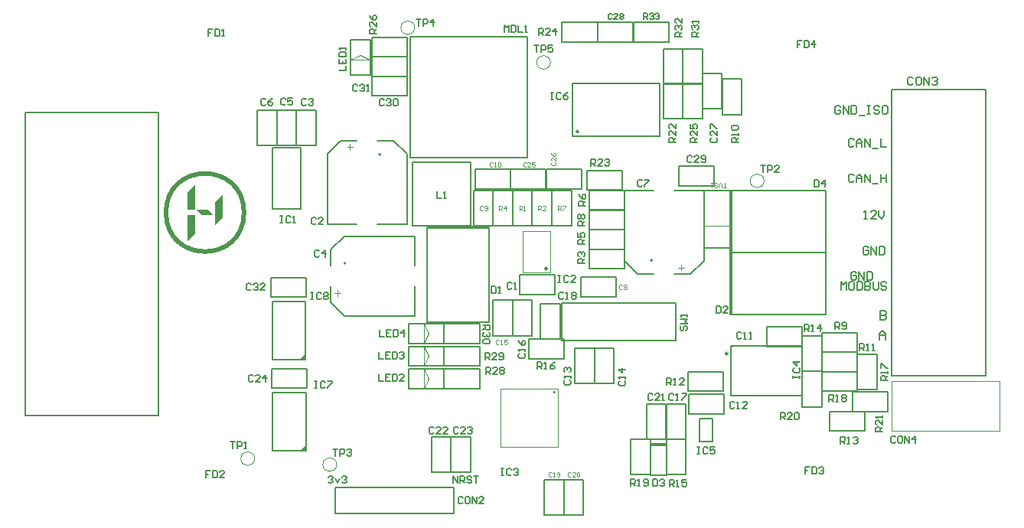
<source format=gto>
G04*
G04 #@! TF.GenerationSoftware,Altium Limited,Altium Designer,23.8.1 (32)*
G04*
G04 Layer_Color=65535*
%FSLAX44Y44*%
%MOMM*%
G71*
G04*
G04 #@! TF.SameCoordinates,5CA60E89-82B3-479B-9089-D34F769FB2F0*
G04*
G04*
G04 #@! TF.FilePolarity,Positive*
G04*
G01*
G75*
%ADD10C,0.5080*%
%ADD11C,0.2540*%
%ADD12C,0.2500*%
%ADD13C,0.0762*%
%ADD14C,0.2000*%
%ADD15C,0.1016*%
%ADD16C,0.1270*%
%ADD17C,0.1778*%
%ADD18C,0.1000*%
%ADD19C,0.1524*%
G36*
X124079Y340487D02*
X115189D01*
Y359537D01*
X124079Y368427D01*
Y340487D01*
D02*
G37*
G36*
X144399Y334137D02*
X131699D01*
X125349Y340487D01*
X138049D01*
X144399Y334137D01*
D02*
G37*
G36*
X154559Y331597D02*
X145669Y322707D01*
Y348107D01*
X154559Y356997D01*
Y331597D01*
D02*
G37*
G36*
X124079Y313817D02*
X115189Y304927D01*
Y334137D01*
X124079D01*
Y313817D01*
D02*
G37*
G36*
X246126Y174752D02*
X239776Y174752D01*
X246126Y181102D01*
Y174752D01*
D02*
G37*
G36*
X246380Y73914D02*
X240030Y73914D01*
X246380Y80264D01*
Y73914D01*
D02*
G37*
D10*
X178054Y337312D02*
G03*
X178054Y337312I-43180J0D01*
G01*
D11*
X513269Y275336D02*
G03*
X513269Y275336I-1000J0D01*
G01*
X521208Y138430D02*
G03*
X521208Y138430I-254J0D01*
G01*
X547862Y426974D02*
G03*
X547862Y426974I-1000J0D01*
G01*
D12*
X713197Y181174D02*
G03*
X713197Y181174I-1250J0D01*
G01*
D13*
X280420Y58420D02*
G03*
X280420Y58420I-7624J0D01*
G01*
X189742Y65024D02*
G03*
X189742Y65024I-7624J0D01*
G01*
X753368Y372364D02*
G03*
X753368Y372364I-7624J0D01*
G01*
X366780Y541782D02*
G03*
X366780Y541782I-7624J0D01*
G01*
X517148Y503428D02*
G03*
X517148Y503428I-7624J0D01*
G01*
D14*
X290524Y280954D02*
G03*
X290524Y280954I-1000J0D01*
G01*
D02*
G03*
X290524Y280954I-1000J0D01*
G01*
X629874Y284444D02*
G03*
X629874Y284444I-1000J0D01*
G01*
D02*
G03*
X629874Y284444I-1000J0D01*
G01*
X329198Y401610D02*
G03*
X329198Y401610I-1000J0D01*
G01*
D02*
G03*
X329198Y401610I-1000J0D01*
G01*
D15*
X687309Y322929D02*
X717508D01*
X894334Y95504D02*
X1013460D01*
Y150876D01*
X894334Y95504D02*
Y150876D01*
X1013460D01*
X486361Y270764D02*
X516841D01*
Y316484D01*
X486361D02*
X516841D01*
X486361Y270764D02*
Y316484D01*
X525018Y77724D02*
Y142240D01*
X462026D02*
X525018D01*
X462026Y77724D02*
X525018D01*
X462026D02*
Y142240D01*
X716809Y187960D02*
X718333Y189484D01*
X295910Y506628D02*
X306578Y511638D01*
X317246Y506628D01*
X295910D02*
X317246D01*
X316230Y507105D02*
X317246Y506628D01*
X316230D02*
Y507105D01*
X278257Y248158D02*
X284607D01*
X281432Y244983D02*
Y251333D01*
X377342Y214122D02*
X382352Y203454D01*
X377342Y192786D02*
X382352Y203454D01*
X377342Y192786D02*
Y214122D01*
Y192786D02*
X377819Y193802D01*
X377342D02*
X377819D01*
X377342Y189103D02*
X382352Y178435D01*
X377342Y167767D02*
X382352Y178435D01*
X377342Y167767D02*
Y189103D01*
Y167767D02*
X377819Y168783D01*
X377342D02*
X377819D01*
X377342Y164084D02*
X382352Y153416D01*
X377342Y142748D02*
X382352Y153416D01*
X377342Y142748D02*
Y164084D01*
Y142748D02*
X377819Y143764D01*
X377342D02*
X377819D01*
X661670Y273177D02*
Y279527D01*
X658495Y276352D02*
X664845D01*
X295402Y406527D02*
Y412877D01*
X292227Y409702D02*
X298577D01*
D16*
X717550Y298196D02*
Y361696D01*
X687070Y298196D02*
X717550D01*
X687070D02*
Y361696D01*
X717550D01*
X608838Y526288D02*
X647954D01*
X608838D02*
Y547878D01*
X647954D01*
Y526288D02*
Y547878D01*
X663448Y479552D02*
Y518668D01*
X641858Y479552D02*
X663448D01*
X641858D02*
Y518668D01*
X663448D01*
X663702Y479552D02*
Y518668D01*
X685292D01*
Y479552D02*
Y518668D01*
X663702Y479552D02*
X685292D01*
X399542Y214122D02*
X438658D01*
Y192532D02*
Y214122D01*
X399542Y192532D02*
X438658D01*
X399542D02*
Y214122D01*
Y189103D02*
X438658D01*
Y167513D02*
Y189103D01*
X399542Y167513D02*
X438658D01*
X399542D02*
Y189103D01*
Y164084D02*
X438658D01*
Y142494D02*
Y164084D01*
X399542Y142494D02*
X438658D01*
X399542D02*
Y164084D01*
X319278Y531368D02*
X358394D01*
Y509778D02*
Y531368D01*
X319278Y509778D02*
X358394D01*
X319278D02*
Y531368D01*
X663448Y440944D02*
Y480060D01*
X685038D01*
Y440944D02*
Y480060D01*
X663448Y440944D02*
X685038D01*
X529844Y526288D02*
X568960D01*
X529844D02*
Y547878D01*
X568960D01*
Y526288D02*
Y547878D01*
X557530Y362458D02*
X596646D01*
X557530D02*
Y384048D01*
X596646D01*
Y362458D02*
Y384048D01*
X641858Y440944D02*
Y480060D01*
X663448D01*
Y440944D02*
Y480060D01*
X641858Y440944D02*
X663448D01*
X850900Y138684D02*
X890016D01*
Y117094D02*
Y138684D01*
X850900Y117094D02*
X890016D01*
X850900D02*
Y138684D01*
X795782Y122346D02*
Y161462D01*
X817372D01*
Y122346D02*
Y161462D01*
X795782Y122346D02*
X817372D01*
X627714Y47244D02*
Y86360D01*
X606124Y47244D02*
X627714D01*
X606124D02*
Y86360D01*
X627714D01*
X817372Y139446D02*
X856488D01*
X817372D02*
Y161036D01*
X856488D01*
Y139446D02*
Y161036D01*
X856742Y141224D02*
Y180340D01*
X878332D01*
Y141224D02*
Y180340D01*
X856742Y141224D02*
X878332D01*
X493014Y197358D02*
X532130D01*
Y175768D02*
Y197358D01*
X493014Y175768D02*
X532130D01*
X493014D02*
Y197358D01*
X667084Y47244D02*
Y86360D01*
X645494Y47244D02*
X667084D01*
X645494D02*
Y86360D01*
X667084D01*
X795782Y161716D02*
Y200832D01*
X817372D01*
Y161716D02*
Y200832D01*
X795782Y161716D02*
X817372D01*
X826008Y95504D02*
X865124D01*
X826008D02*
Y117094D01*
X865124D01*
Y95504D02*
Y117094D01*
X669290Y161036D02*
X708406D01*
Y139446D02*
Y161036D01*
X669290Y139446D02*
X708406D01*
X669290D02*
Y161036D01*
X817372Y161290D02*
X856488D01*
X817372D02*
Y182880D01*
X856488D01*
Y161290D02*
Y182880D01*
X707136Y445770D02*
Y484886D01*
X728726D01*
Y445770D02*
Y484886D01*
X707136Y445770D02*
X728726D01*
X817372Y182880D02*
X856488D01*
X817372D02*
Y204470D01*
X856488D01*
Y182880D02*
Y204470D01*
X560070Y318262D02*
X599186D01*
X560070D02*
Y339852D01*
X599186D01*
Y318262D02*
Y339852D01*
X518668Y322326D02*
Y361442D01*
X540258D01*
Y322326D02*
Y361442D01*
X518668Y322326D02*
X540258D01*
X560070Y340106D02*
X599186D01*
X560070D02*
Y361696D01*
X599186D01*
Y340106D02*
Y361696D01*
X560070Y318262D02*
X599186D01*
Y296672D02*
Y318262D01*
X560070Y296672D02*
X599186D01*
X560070D02*
Y318262D01*
X475185Y322326D02*
Y361442D01*
X453595Y322326D02*
X475185D01*
X453595D02*
Y361442D01*
X475185D01*
X560070Y275082D02*
X599186D01*
X560070D02*
Y296672D01*
X599186D01*
Y275082D02*
Y296672D01*
X518414Y322326D02*
Y361442D01*
X496824Y322326D02*
X518414D01*
X496824D02*
Y361442D01*
X518414D01*
X475234Y322326D02*
Y361442D01*
X496824D01*
Y322326D02*
Y361442D01*
X475234Y322326D02*
X496824D01*
X278974Y33539D02*
X409999D01*
Y4421D02*
Y33539D01*
X278974Y4421D02*
X409999D01*
X278974D02*
Y33539D01*
X364116Y322743D02*
X428813D01*
X364116D02*
Y392726D01*
X428813Y322743D02*
Y392726D01*
X364116D02*
X428813D01*
X682244Y84073D02*
X696214D01*
X682244Y109704D02*
X696214D01*
Y84073D02*
Y109704D01*
X682244Y84073D02*
Y109704D01*
X209304Y341122D02*
Y408800D01*
X241054D01*
Y341122D02*
Y408800D01*
X209304Y341122D02*
X241054D01*
X716809Y134366D02*
Y189738D01*
X795253D01*
X716809Y134366D02*
X795253D01*
Y189738D01*
X541782Y421894D02*
Y480314D01*
Y421894D02*
X638302D01*
Y480314D01*
X541782D02*
X638302D01*
X627968Y81567D02*
X645610D01*
Y46649D02*
Y80043D01*
X627968D02*
X645610D01*
X627968Y46649D02*
Y80043D01*
Y46649D02*
X645610D01*
X717677Y292931D02*
X821817D01*
X717677D02*
Y361511D01*
X821817D01*
Y292931D02*
Y361511D01*
X716153Y292931D02*
Y361511D01*
X717677Y224351D02*
X821817D01*
X717677D02*
Y292931D01*
X821817D01*
Y224351D02*
Y292931D01*
X716153Y224351D02*
Y292931D01*
X380238Y215842D02*
Y319982D01*
X448818D01*
Y215842D02*
Y319982D01*
X380238Y215842D02*
X448818D01*
X380238Y321506D02*
X448818D01*
X-64298Y112312D02*
X83022D01*
X-64298D02*
Y447592D01*
X83022Y112312D02*
Y447592D01*
X-64298D02*
X83022D01*
X246634Y243586D02*
Y265176D01*
X207518D02*
X246634D01*
X207518Y243586D02*
Y265176D01*
Y243586D02*
X246634D01*
X319278Y488188D02*
Y509778D01*
Y488188D02*
X358394D01*
Y509778D01*
X319278D02*
X358394D01*
X319278Y466344D02*
Y487934D01*
Y466344D02*
X358394D01*
Y487934D01*
X319278D02*
X358394D01*
X659130Y366776D02*
Y388366D01*
Y366776D02*
X698246D01*
Y388366D01*
X659130D02*
X698246D01*
X608584Y526288D02*
Y547878D01*
X569468D02*
X608584D01*
X569468Y526288D02*
Y547878D01*
Y526288D02*
X608584D01*
X685292Y491236D02*
X706882D01*
X685292Y452120D02*
Y491236D01*
Y452120D02*
X706882D01*
Y491236D01*
X512318Y363474D02*
Y385064D01*
Y363474D02*
X551434D01*
Y385064D01*
X512318D02*
X551434D01*
X512064Y363474D02*
Y385064D01*
X472948D02*
X512064D01*
X472948Y363474D02*
Y385064D01*
Y363474D02*
X512064D01*
X247396Y143002D02*
Y164592D01*
X208280D02*
X247396D01*
X208280Y143002D02*
Y164592D01*
Y143002D02*
X247396D01*
X406908Y49784D02*
X428498D01*
Y88900D01*
X406908D02*
X428498D01*
X406908Y49784D02*
Y88900D01*
X385318Y49784D02*
X406908D01*
Y88900D01*
X385318D02*
X406908D01*
X385318Y49784D02*
Y88900D01*
X623396Y125730D02*
X644986D01*
X623396Y86614D02*
Y125730D01*
Y86614D02*
X644986D01*
Y125730D01*
X531796Y2794D02*
X553386D01*
Y41910D01*
X531796D02*
X553386D01*
X531796Y2794D02*
Y41910D01*
X510206Y2794D02*
X531796D01*
Y41910D01*
X510206D02*
X531796D01*
X510206Y2794D02*
Y41910D01*
X505968Y236728D02*
X527558D01*
X505968Y197612D02*
Y236728D01*
Y197612D02*
X527558D01*
Y236728D01*
X645494Y125730D02*
X667084D01*
X645494Y86614D02*
Y125730D01*
Y86614D02*
X667084D01*
Y125730D01*
X475060Y201168D02*
X496650D01*
Y240284D01*
X475060D02*
X496650D01*
X475060Y201168D02*
Y240284D01*
X453470Y201168D02*
X475060D01*
Y240284D01*
X453470D02*
X475060D01*
X453470Y201168D02*
Y240284D01*
X565589Y148508D02*
X587179D01*
Y187624D01*
X565589D02*
X587179D01*
X565589Y148508D02*
Y187624D01*
X543999Y148508D02*
X565589D01*
Y187624D01*
X543999D02*
X565589D01*
X543999Y148508D02*
Y187624D01*
X708914Y114808D02*
Y136398D01*
X669798D02*
X708914D01*
X669798Y114808D02*
Y136398D01*
Y114808D02*
X708914D01*
X756412Y189230D02*
Y210820D01*
Y189230D02*
X795528D01*
Y210820D01*
X756412D02*
X795528D01*
X433783Y363474D02*
Y385064D01*
Y363474D02*
X472899D01*
Y385064D01*
X433783D02*
X472899D01*
X432005Y361442D02*
X453595D01*
X432005Y322326D02*
Y361442D01*
Y322326D02*
X453595D01*
Y361442D01*
X550672Y244094D02*
Y265684D01*
Y244094D02*
X589788D01*
Y265684D01*
X550672D02*
X589788D01*
X192706Y450342D02*
X214296D01*
X192706Y411226D02*
Y450342D01*
Y411226D02*
X214296D01*
Y450342D01*
X235886D01*
X214296Y411226D02*
Y450342D01*
Y411226D02*
X235886D01*
Y450342D01*
X257476D01*
X235886Y411226D02*
Y450342D01*
Y411226D02*
X257476D01*
Y450342D01*
X521921Y246634D02*
Y268224D01*
X482805D02*
X521921D01*
X482805Y246634D02*
Y268224D01*
Y246634D02*
X521921D01*
X529707Y195431D02*
Y237212D01*
X655669D01*
Y195431D02*
Y237212D01*
X529707Y195431D02*
X655669D01*
X209550Y73914D02*
Y138176D01*
X246380D01*
Y73914D02*
Y138176D01*
X209550Y73914D02*
X246380D01*
X209296Y174752D02*
X246126D01*
Y239014D01*
X209296D02*
X246126D01*
X209296Y174752D02*
Y239014D01*
X295910Y489458D02*
X317500D01*
Y528574D01*
X295910D02*
X317500D01*
X295910Y489458D02*
Y528574D01*
X361696Y397846D02*
Y531450D01*
X491236D01*
Y397846D02*
Y531450D01*
X361696Y397846D02*
X491236D01*
X366776Y223012D02*
Y255454D01*
X288798Y223012D02*
X366776D01*
X274092Y237718D02*
X288798Y223012D01*
X274092Y237718D02*
Y255454D01*
X366776Y278454D02*
Y310896D01*
X288798D02*
X366776D01*
X274092Y296190D02*
X288798Y310896D01*
X274092Y278454D02*
Y296190D01*
X360172Y192532D02*
Y214122D01*
Y192532D02*
X399288D01*
Y214122D01*
X360172D02*
X399288D01*
X360172Y167513D02*
Y189103D01*
Y167513D02*
X399288D01*
Y189103D01*
X360172D02*
X399288D01*
X360172Y142494D02*
Y164084D01*
Y142494D02*
X399288D01*
Y164084D01*
X360172D02*
X399288D01*
X654374Y361696D02*
X686816D01*
Y283718D02*
Y361696D01*
X672110Y269012D02*
X686816Y283718D01*
X654374Y269012D02*
X672110D01*
X598932Y361696D02*
X631374D01*
X598932Y283718D02*
Y361696D01*
Y283718D02*
X613638Y269012D01*
X631374D01*
X894399Y156762D02*
Y473756D01*
X998220D01*
X894399Y156762D02*
X998220D01*
Y473756D01*
X270256Y324358D02*
X302698D01*
X270256D02*
Y402336D01*
X284962Y417042D01*
X302698D01*
X325698Y324358D02*
X358140D01*
Y402336D01*
X343434Y417042D02*
X358140Y402336D01*
X325698Y417042D02*
X343434D01*
X620440Y551308D02*
Y557656D01*
X623614D01*
X624672Y556598D01*
Y554482D01*
X623614Y553424D01*
X620440D01*
X622556D02*
X624672Y551308D01*
X626788Y556598D02*
X627846Y557656D01*
X629962D01*
X631020Y556598D01*
Y555540D01*
X629962Y554482D01*
X628904D01*
X629962D01*
X631020Y553424D01*
Y552366D01*
X629962Y551308D01*
X627846D01*
X626788Y552366D01*
X633136Y556598D02*
X634194Y557656D01*
X636310D01*
X637368Y556598D01*
Y555540D01*
X636310Y554482D01*
X635252D01*
X636310D01*
X637368Y553424D01*
Y552366D01*
X636310Y551308D01*
X634194D01*
X633136Y552366D01*
X585048Y556344D02*
X583990Y557402D01*
X581874D01*
X580816Y556344D01*
Y552112D01*
X581874Y551054D01*
X583990D01*
X585048Y552112D01*
X591396Y551054D02*
X587164D01*
X591396Y555286D01*
Y556344D01*
X590338Y557402D01*
X588222D01*
X587164Y556344D01*
X593512D02*
X594570Y557402D01*
X596686D01*
X597744Y556344D01*
Y555286D01*
X596686Y554228D01*
X597744Y553170D01*
Y552112D01*
X596686Y551054D01*
X594570D01*
X593512Y552112D01*
Y553170D01*
X594570Y554228D01*
X593512Y555286D01*
Y556344D01*
X594570Y554228D02*
X596686D01*
D17*
X409448Y37846D02*
Y45464D01*
X414526Y37846D01*
Y45464D01*
X417066Y37846D02*
Y45464D01*
X420874D01*
X422144Y44194D01*
Y41655D01*
X420874Y40385D01*
X417066D01*
X419605D02*
X422144Y37846D01*
X429761Y44194D02*
X428492Y45464D01*
X425953D01*
X424683Y44194D01*
Y42924D01*
X425953Y41655D01*
X428492D01*
X429761Y40385D01*
Y39116D01*
X428492Y37846D01*
X425953D01*
X424683Y39116D01*
X432301Y45464D02*
X437379D01*
X434840D01*
Y37846D01*
X838514Y251714D02*
Y260601D01*
X841477Y257639D01*
X844439Y260601D01*
Y251714D01*
X851845Y260601D02*
X848883D01*
X847402Y259120D01*
Y253195D01*
X848883Y251714D01*
X851845D01*
X853326Y253195D01*
Y259120D01*
X851845Y260601D01*
X856289D02*
Y251714D01*
X860732D01*
X862214Y253195D01*
Y259120D01*
X860732Y260601D01*
X856289D01*
X865176D02*
Y251714D01*
X869620D01*
X871101Y253195D01*
Y254676D01*
X869620Y256158D01*
X865176D01*
X869620D01*
X871101Y257639D01*
Y259120D01*
X869620Y260601D01*
X865176D01*
X874063D02*
Y253195D01*
X875544Y251714D01*
X878507D01*
X879988Y253195D01*
Y260601D01*
X888875Y259120D02*
X887394Y260601D01*
X884431D01*
X882950Y259120D01*
Y257639D01*
X884431Y256158D01*
X887394D01*
X888875Y254676D01*
Y253195D01*
X887394Y251714D01*
X884431D01*
X882950Y253195D01*
X881126Y196596D02*
Y203367D01*
X884512Y206753D01*
X887897Y203367D01*
Y196596D01*
Y201674D01*
X881126D01*
X838029Y453895D02*
X836548Y455376D01*
X833585D01*
X832104Y453895D01*
Y447970D01*
X833585Y446489D01*
X836548D01*
X838029Y447970D01*
Y450933D01*
X835066D01*
X840991Y446489D02*
Y455376D01*
X846916Y446489D01*
Y455376D01*
X849878D02*
Y446489D01*
X854322D01*
X855803Y447970D01*
Y453895D01*
X854322Y455376D01*
X849878D01*
X858765Y445008D02*
X864690D01*
X867653Y455376D02*
X870615D01*
X869134D01*
Y446489D01*
X867653D01*
X870615D01*
X880983Y453895D02*
X879502Y455376D01*
X876540D01*
X875058Y453895D01*
Y452414D01*
X876540Y450933D01*
X879502D01*
X880983Y449452D01*
Y447970D01*
X879502Y446489D01*
X876540D01*
X875058Y447970D01*
X888389Y455376D02*
X885427D01*
X883946Y453895D01*
Y447970D01*
X885427Y446489D01*
X888389D01*
X889870Y447970D01*
Y453895D01*
X888389Y455376D01*
X881888Y229105D02*
Y218948D01*
X886966D01*
X888659Y220641D01*
Y222334D01*
X886966Y224026D01*
X881888D01*
X886966D01*
X888659Y225719D01*
Y227412D01*
X886966Y229105D01*
X881888D01*
X855301Y270296D02*
X853820Y271777D01*
X850857D01*
X849376Y270296D01*
Y264371D01*
X850857Y262890D01*
X853820D01*
X855301Y264371D01*
Y267334D01*
X852338D01*
X858263Y262890D02*
Y271777D01*
X864188Y262890D01*
Y271777D01*
X867150D02*
Y262890D01*
X871594D01*
X873075Y264371D01*
Y270296D01*
X871594Y271777D01*
X867150D01*
X868686Y298236D02*
X867204Y299717D01*
X864242D01*
X862761Y298236D01*
Y292311D01*
X864242Y290830D01*
X867204D01*
X868686Y292311D01*
Y295274D01*
X865723D01*
X871648Y290830D02*
Y299717D01*
X877573Y290830D01*
Y299717D01*
X880535D02*
Y290830D01*
X884979D01*
X886460Y292311D01*
Y298236D01*
X884979Y299717D01*
X880535D01*
X864094Y330454D02*
X867056D01*
X865575D01*
Y339341D01*
X864094Y337860D01*
X877424Y330454D02*
X871500D01*
X877424Y336379D01*
Y337860D01*
X875943Y339341D01*
X872981D01*
X871500Y337860D01*
X880387Y339341D02*
Y333416D01*
X883349Y330454D01*
X886311Y333416D01*
Y339341D01*
X852691Y378203D02*
X851209Y379684D01*
X848247D01*
X846766Y378203D01*
Y372278D01*
X848247Y370797D01*
X851209D01*
X852691Y372278D01*
X855653Y370797D02*
Y376722D01*
X858615Y379684D01*
X861578Y376722D01*
Y370797D01*
Y375241D01*
X855653D01*
X864540Y370797D02*
Y379684D01*
X870465Y370797D01*
Y379684D01*
X873427Y369316D02*
X879352D01*
X882315Y379684D02*
Y370797D01*
Y375241D01*
X888239D01*
Y379684D01*
Y370797D01*
X852691Y417319D02*
X851209Y418800D01*
X848247D01*
X846766Y417319D01*
Y411394D01*
X848247Y409913D01*
X851209D01*
X852691Y411394D01*
X855653Y409913D02*
Y415838D01*
X858615Y418800D01*
X861578Y415838D01*
Y409913D01*
Y414357D01*
X855653D01*
X864540Y409913D02*
Y418800D01*
X870465Y409913D01*
Y418800D01*
X873427Y408432D02*
X879352D01*
X882315Y418800D02*
Y409913D01*
X888239D01*
X271018Y44194D02*
X272288Y45464D01*
X274827D01*
X276096Y44194D01*
Y42924D01*
X274827Y41655D01*
X273557D01*
X274827D01*
X276096Y40385D01*
Y39116D01*
X274827Y37846D01*
X272288D01*
X271018Y39116D01*
X278636Y42924D02*
X281175Y37846D01*
X283714Y42924D01*
X286253Y44194D02*
X287523Y45464D01*
X290062D01*
X291331Y44194D01*
Y42924D01*
X290062Y41655D01*
X288792D01*
X290062D01*
X291331Y40385D01*
Y39116D01*
X290062Y37846D01*
X287523D01*
X286253Y39116D01*
X804166Y55625D02*
X799087D01*
Y51816D01*
X801627D01*
X799087D01*
Y48007D01*
X806705Y55625D02*
Y48007D01*
X810514D01*
X811783Y49277D01*
Y54355D01*
X810514Y55625D01*
X806705D01*
X814322Y54355D02*
X815592Y55625D01*
X818131D01*
X819401Y54355D01*
Y53086D01*
X818131Y51816D01*
X816862D01*
X818131D01*
X819401Y50546D01*
Y49277D01*
X818131Y48007D01*
X815592D01*
X814322Y49277D01*
X256416Y150621D02*
X258955D01*
X257686D01*
Y143003D01*
X256416D01*
X258955D01*
X267842Y149351D02*
X266573Y150621D01*
X264034D01*
X262764Y149351D01*
Y144273D01*
X264034Y143003D01*
X266573D01*
X267842Y144273D01*
X270382Y150621D02*
X275460D01*
Y149351D01*
X270382Y144273D01*
Y143003D01*
X186184Y257555D02*
X184914Y258825D01*
X182375D01*
X181105Y257555D01*
Y252477D01*
X182375Y251207D01*
X184914D01*
X186184Y252477D01*
X188723Y257555D02*
X189992Y258825D01*
X192532D01*
X193801Y257555D01*
Y256286D01*
X192532Y255016D01*
X191262D01*
X192532D01*
X193801Y253746D01*
Y252477D01*
X192532Y251207D01*
X189992D01*
X188723Y252477D01*
X201419Y251207D02*
X196340D01*
X201419Y256286D01*
Y257555D01*
X200149Y258825D01*
X197610D01*
X196340Y257555D01*
X187962Y156717D02*
X186692Y157987D01*
X184153D01*
X182883Y156717D01*
Y151639D01*
X184153Y150369D01*
X186692D01*
X187962Y151639D01*
X195579Y150369D02*
X190501D01*
X195579Y155448D01*
Y156717D01*
X194310Y157987D01*
X191770D01*
X190501Y156717D01*
X201927Y150369D02*
Y157987D01*
X198118Y154178D01*
X203197D01*
X809246Y373125D02*
Y365507D01*
X813055D01*
X814324Y366777D01*
Y371855D01*
X813055Y373125D01*
X809246D01*
X820672Y365507D02*
Y373125D01*
X816864Y369316D01*
X821942D01*
X252098Y248665D02*
X254637D01*
X253368D01*
Y241047D01*
X252098D01*
X254637D01*
X263524Y247395D02*
X262255Y248665D01*
X259716D01*
X258446Y247395D01*
Y242317D01*
X259716Y241047D01*
X262255D01*
X263524Y242317D01*
X266064Y247395D02*
X267333Y248665D01*
X269872D01*
X271142Y247395D01*
Y246126D01*
X269872Y244856D01*
X271142Y243586D01*
Y242317D01*
X269872Y241047D01*
X267333D01*
X266064Y242317D01*
Y243586D01*
X267333Y244856D01*
X266064Y246126D01*
Y247395D01*
X267333Y244856D02*
X269872D01*
X499367Y522477D02*
X504446D01*
X501907D01*
Y514859D01*
X506985D02*
Y522477D01*
X510794D01*
X512063Y521207D01*
Y518668D01*
X510794Y517398D01*
X506985D01*
X519681Y522477D02*
X514602D01*
Y518668D01*
X517142Y519938D01*
X518411D01*
X519681Y518668D01*
Y516129D01*
X518411Y514859D01*
X515872D01*
X514602Y516129D01*
X368557Y551687D02*
X373636D01*
X371096D01*
Y544069D01*
X376175D02*
Y551687D01*
X379984D01*
X381253Y550417D01*
Y547878D01*
X379984Y546608D01*
X376175D01*
X387601Y544069D02*
Y551687D01*
X383792Y547878D01*
X388871D01*
X276609Y75691D02*
X281688D01*
X279149D01*
Y68073D01*
X284227D02*
Y75691D01*
X288036D01*
X289305Y74421D01*
Y71882D01*
X288036Y70612D01*
X284227D01*
X291844Y74421D02*
X293114Y75691D01*
X295653D01*
X296923Y74421D01*
Y73152D01*
X295653Y71882D01*
X294384D01*
X295653D01*
X296923Y70612D01*
Y69343D01*
X295653Y68073D01*
X293114D01*
X291844Y69343D01*
X749811Y389381D02*
X754890D01*
X752350D01*
Y381763D01*
X757429D02*
Y389381D01*
X761238D01*
X762507Y388111D01*
Y385572D01*
X761238Y384302D01*
X757429D01*
X770125Y381763D02*
X765046D01*
X770125Y386842D01*
Y388111D01*
X768855Y389381D01*
X766316D01*
X765046Y388111D01*
X163071Y83565D02*
X168149D01*
X165610D01*
Y75947D01*
X170688D02*
Y83565D01*
X174497D01*
X175767Y82295D01*
Y79756D01*
X174497Y78486D01*
X170688D01*
X178306Y75947D02*
X180845D01*
X179576D01*
Y83565D01*
X178306Y82295D01*
X661671Y212091D02*
X660401Y210822D01*
Y208283D01*
X661671Y207013D01*
X662940D01*
X664210Y208283D01*
Y210822D01*
X665480Y212091D01*
X666749D01*
X668019Y210822D01*
Y208283D01*
X666749Y207013D01*
X660401Y214630D02*
X668019D01*
X665480Y217170D01*
X668019Y219709D01*
X660401D01*
X668019Y222248D02*
Y224787D01*
Y223518D01*
X660401D01*
X661671Y222248D01*
X662685Y531625D02*
X655067D01*
Y535434D01*
X656337Y536704D01*
X658876D01*
X660146Y535434D01*
Y531625D01*
Y534165D02*
X662685Y536704D01*
X656337Y539243D02*
X655067Y540512D01*
Y543052D01*
X656337Y544321D01*
X657606D01*
X658876Y543052D01*
Y541782D01*
Y543052D01*
X660146Y544321D01*
X661415D01*
X662685Y543052D01*
Y540512D01*
X661415Y539243D01*
X662685Y551939D02*
Y546860D01*
X657606Y551939D01*
X656337D01*
X655067Y550669D01*
Y548130D01*
X656337Y546860D01*
X680719Y532133D02*
X673101D01*
Y535942D01*
X674371Y537211D01*
X676910D01*
X678180Y535942D01*
Y532133D01*
Y534672D02*
X680719Y537211D01*
X674371Y539750D02*
X673101Y541020D01*
Y543559D01*
X674371Y544829D01*
X675640D01*
X676910Y543559D01*
Y542290D01*
Y543559D01*
X678180Y544829D01*
X679449D01*
X680719Y543559D01*
Y541020D01*
X679449Y539750D01*
X680719Y547368D02*
Y549907D01*
Y548638D01*
X673101D01*
X674371Y547368D01*
X442723Y212595D02*
X450341D01*
Y208786D01*
X449071Y207516D01*
X446532D01*
X445262Y208786D01*
Y212595D01*
Y210056D02*
X442723Y207516D01*
X449071Y204977D02*
X450341Y203708D01*
Y201168D01*
X449071Y199899D01*
X447802D01*
X446532Y201168D01*
Y202438D01*
Y201168D01*
X445262Y199899D01*
X443993D01*
X442723Y201168D01*
Y203708D01*
X443993Y204977D01*
X449071Y197360D02*
X450341Y196090D01*
Y193551D01*
X449071Y192281D01*
X443993D01*
X442723Y193551D01*
Y196090D01*
X443993Y197360D01*
X449071D01*
X444872Y174131D02*
Y181748D01*
X448681D01*
X449950Y180479D01*
Y177939D01*
X448681Y176670D01*
X444872D01*
X447411D02*
X449950Y174131D01*
X457568D02*
X452489D01*
X457568Y179209D01*
Y180479D01*
X456298Y181748D01*
X453759D01*
X452489Y180479D01*
X460107Y175400D02*
X461376Y174131D01*
X463916D01*
X465185Y175400D01*
Y180479D01*
X463916Y181748D01*
X461376D01*
X460107Y180479D01*
Y179209D01*
X461376Y177939D01*
X465185D01*
X445408Y158492D02*
Y166110D01*
X449217D01*
X450487Y164840D01*
Y162301D01*
X449217Y161031D01*
X445408D01*
X447947D02*
X450487Y158492D01*
X458104D02*
X453026D01*
X458104Y163570D01*
Y164840D01*
X456834Y166110D01*
X454295D01*
X453026Y164840D01*
X460643D02*
X461913Y166110D01*
X464452D01*
X465722Y164840D01*
Y163570D01*
X464452Y162301D01*
X465722Y161031D01*
Y159762D01*
X464452Y158492D01*
X461913D01*
X460643Y159762D01*
Y161031D01*
X461913Y162301D01*
X460643Y163570D01*
Y164840D01*
X461913Y162301D02*
X464452D01*
X324357Y535435D02*
X316739D01*
Y539244D01*
X318009Y540514D01*
X320548D01*
X321818Y539244D01*
Y535435D01*
Y537975D02*
X324357Y540514D01*
Y548131D02*
Y543053D01*
X319278Y548131D01*
X318009D01*
X316739Y546862D01*
Y544322D01*
X318009Y543053D01*
X316739Y555749D02*
X318009Y553210D01*
X320548Y550670D01*
X323087D01*
X324357Y551940D01*
Y554479D01*
X323087Y555749D01*
X321818D01*
X320548Y554479D01*
Y550670D01*
X679703Y414785D02*
X672085D01*
Y418594D01*
X673355Y419864D01*
X675894D01*
X677164Y418594D01*
Y414785D01*
Y417324D02*
X679703Y419864D01*
Y427481D02*
Y422403D01*
X674624Y427481D01*
X673355D01*
X672085Y426212D01*
Y423672D01*
X673355Y422403D01*
X672085Y435099D02*
Y430020D01*
X675894D01*
X674624Y432560D01*
Y433829D01*
X675894Y435099D01*
X678433D01*
X679703Y433829D01*
Y431290D01*
X678433Y430020D01*
X503744Y533655D02*
Y541273D01*
X507553D01*
X508823Y540003D01*
Y537464D01*
X507553Y536194D01*
X503744D01*
X506284D02*
X508823Y533655D01*
X516440D02*
X511362D01*
X516440Y538734D01*
Y540003D01*
X515171Y541273D01*
X512632D01*
X511362Y540003D01*
X522788Y533655D02*
Y541273D01*
X518979Y537464D01*
X524058D01*
X561851Y388875D02*
Y396493D01*
X565660D01*
X566930Y395223D01*
Y392684D01*
X565660Y391414D01*
X561851D01*
X564390D02*
X566930Y388875D01*
X574547D02*
X569469D01*
X574547Y393954D01*
Y395223D01*
X573278Y396493D01*
X570738D01*
X569469Y395223D01*
X577086D02*
X578356Y396493D01*
X580895D01*
X582165Y395223D01*
Y393954D01*
X580895Y392684D01*
X579626D01*
X580895D01*
X582165Y391414D01*
Y390145D01*
X580895Y388875D01*
X578356D01*
X577086Y390145D01*
X655319Y414785D02*
X647701D01*
Y418594D01*
X648971Y419864D01*
X651510D01*
X652780Y418594D01*
Y414785D01*
Y417324D02*
X655319Y419864D01*
Y427481D02*
Y422403D01*
X650240Y427481D01*
X648971D01*
X647701Y426212D01*
Y423672D01*
X648971Y422403D01*
X655319Y435099D02*
Y430020D01*
X650240Y435099D01*
X648971D01*
X647701Y433829D01*
Y431290D01*
X648971Y430020D01*
X884427Y94745D02*
X876809D01*
Y98554D01*
X878079Y99823D01*
X880618D01*
X881888Y98554D01*
Y94745D01*
Y97284D02*
X884427Y99823D01*
Y107441D02*
Y102362D01*
X879348Y107441D01*
X878079D01*
X876809Y106171D01*
Y103632D01*
X878079Y102362D01*
X884427Y109980D02*
Y112519D01*
Y111250D01*
X876809D01*
X878079Y109980D01*
X771401Y108459D02*
Y116077D01*
X775210D01*
X776480Y114807D01*
Y112268D01*
X775210Y110998D01*
X771401D01*
X773941D02*
X776480Y108459D01*
X784097D02*
X779019D01*
X784097Y113538D01*
Y114807D01*
X782828Y116077D01*
X780288D01*
X779019Y114807D01*
X786636D02*
X787906Y116077D01*
X790445D01*
X791715Y114807D01*
Y109729D01*
X790445Y108459D01*
X787906D01*
X786636Y109729D01*
Y114807D01*
X605920Y34545D02*
Y42163D01*
X609729D01*
X610998Y40893D01*
Y38354D01*
X609729Y37084D01*
X605920D01*
X608459D02*
X610998Y34545D01*
X613538D02*
X616077D01*
X614807D01*
Y42163D01*
X613538Y40893D01*
X619886Y35815D02*
X621155Y34545D01*
X623694D01*
X624964Y35815D01*
Y40893D01*
X623694Y42163D01*
X621155D01*
X619886Y40893D01*
Y39624D01*
X621155Y38354D01*
X624964D01*
X825376Y128017D02*
Y135635D01*
X829185D01*
X830454Y134365D01*
Y131826D01*
X829185Y130556D01*
X825376D01*
X827915D02*
X830454Y128017D01*
X832994D02*
X835533D01*
X834263D01*
Y135635D01*
X832994Y134365D01*
X839342D02*
X840611Y135635D01*
X843150D01*
X844420Y134365D01*
Y133096D01*
X843150Y131826D01*
X844420Y130556D01*
Y129287D01*
X843150Y128017D01*
X840611D01*
X839342Y129287D01*
Y130556D01*
X840611Y131826D01*
X839342Y133096D01*
Y134365D01*
X840611Y131826D02*
X843150D01*
X890015Y151514D02*
X882397D01*
Y155323D01*
X883667Y156592D01*
X886206D01*
X887476Y155323D01*
Y151514D01*
Y154053D02*
X890015Y156592D01*
Y159132D02*
Y161671D01*
Y160401D01*
X882397D01*
X883667Y159132D01*
X882397Y165480D02*
Y170558D01*
X883667D01*
X888745Y165480D01*
X890015D01*
X502542Y164339D02*
Y171957D01*
X506351D01*
X507620Y170687D01*
Y168148D01*
X506351Y166878D01*
X502542D01*
X505081D02*
X507620Y164339D01*
X510160D02*
X512699D01*
X511429D01*
Y171957D01*
X510160Y170687D01*
X521586Y171957D02*
X519047Y170687D01*
X516508Y168148D01*
Y165609D01*
X517777Y164339D01*
X520316D01*
X521586Y165609D01*
Y166878D01*
X520316Y168148D01*
X516508D01*
X648592Y34291D02*
Y41909D01*
X652401D01*
X653670Y40639D01*
Y38100D01*
X652401Y36830D01*
X648592D01*
X651131D02*
X653670Y34291D01*
X656210D02*
X658749D01*
X657479D01*
Y41909D01*
X656210Y40639D01*
X667636Y41909D02*
X662558D01*
Y38100D01*
X665097Y39370D01*
X666366D01*
X667636Y38100D01*
Y35561D01*
X666366Y34291D01*
X663827D01*
X662558Y35561D01*
X797944Y205741D02*
Y213359D01*
X801753D01*
X803022Y212089D01*
Y209550D01*
X801753Y208280D01*
X797944D01*
X800483D02*
X803022Y205741D01*
X805562D02*
X808101D01*
X806831D01*
Y213359D01*
X805562Y212089D01*
X815718Y205741D02*
Y213359D01*
X811910Y209550D01*
X816988D01*
X837822Y81789D02*
Y89407D01*
X841631D01*
X842900Y88137D01*
Y85598D01*
X841631Y84328D01*
X837822D01*
X840361D02*
X842900Y81789D01*
X845440D02*
X847979D01*
X846709D01*
Y89407D01*
X845440Y88137D01*
X851788D02*
X853057Y89407D01*
X855596D01*
X856866Y88137D01*
Y86868D01*
X855596Y85598D01*
X854327D01*
X855596D01*
X856866Y84328D01*
Y83059D01*
X855596Y81789D01*
X853057D01*
X851788Y83059D01*
X645854Y146559D02*
Y154177D01*
X649663D01*
X650932Y152907D01*
Y150368D01*
X649663Y149099D01*
X645854D01*
X648393D02*
X650932Y146559D01*
X653472D02*
X656011D01*
X654741D01*
Y154177D01*
X653472Y152907D01*
X664898Y146559D02*
X659819D01*
X664898Y151638D01*
Y152907D01*
X663628Y154177D01*
X661089D01*
X659819Y152907D01*
X859158Y184368D02*
Y191986D01*
X862966D01*
X864236Y190716D01*
Y188177D01*
X862966Y186908D01*
X859158D01*
X861697D02*
X864236Y184368D01*
X866775D02*
X869314D01*
X868045D01*
Y191986D01*
X866775Y190716D01*
X873123Y184368D02*
X875662D01*
X874393D01*
Y191986D01*
X873123Y190716D01*
X724915Y414785D02*
X717297D01*
Y418594D01*
X718567Y419864D01*
X721106D01*
X722376Y418594D01*
Y414785D01*
Y417324D02*
X724915Y419864D01*
Y422403D02*
Y424942D01*
Y423672D01*
X717297D01*
X718567Y422403D01*
Y428751D02*
X717297Y430020D01*
Y432560D01*
X718567Y433829D01*
X723645D01*
X724915Y432560D01*
Y430020D01*
X723645Y428751D01*
X718567D01*
X831852Y208027D02*
Y215645D01*
X835661D01*
X836930Y214375D01*
Y211836D01*
X835661Y210566D01*
X831852D01*
X834391D02*
X836930Y208027D01*
X839470Y209297D02*
X840739Y208027D01*
X843278D01*
X844548Y209297D01*
Y214375D01*
X843278Y215645D01*
X840739D01*
X839470Y214375D01*
Y213106D01*
X840739Y211836D01*
X844548D01*
X554735Y322298D02*
X547117D01*
Y326107D01*
X548387Y327376D01*
X550926D01*
X552196Y326107D01*
Y322298D01*
Y324837D02*
X554735Y327376D01*
X548387Y329915D02*
X547117Y331185D01*
Y333724D01*
X548387Y334994D01*
X549656D01*
X550926Y333724D01*
X552196Y334994D01*
X553465D01*
X554735Y333724D01*
Y331185D01*
X553465Y329915D01*
X552196D01*
X550926Y331185D01*
X549656Y329915D01*
X548387D01*
X550926Y331185D02*
Y333724D01*
X556005Y344934D02*
X548387D01*
Y348743D01*
X549657Y350012D01*
X552196D01*
X553465Y348743D01*
Y344934D01*
Y347473D02*
X556005Y350012D01*
X548387Y357630D02*
X549657Y355091D01*
X552196Y352552D01*
X554735D01*
X556005Y353821D01*
Y356360D01*
X554735Y357630D01*
X553465D01*
X552196Y356360D01*
Y352552D01*
X555243Y302262D02*
X547625D01*
Y306071D01*
X548895Y307340D01*
X551434D01*
X552704Y306071D01*
Y302262D01*
Y304801D02*
X555243Y307340D01*
X547625Y314958D02*
Y309880D01*
X551434D01*
X550164Y312419D01*
Y313688D01*
X551434Y314958D01*
X553973D01*
X555243Y313688D01*
Y311149D01*
X553973Y309880D01*
X555012Y280926D02*
X547394D01*
Y284735D01*
X548664Y286005D01*
X551203D01*
X552473Y284735D01*
Y280926D01*
Y283465D02*
X555012Y286005D01*
X548664Y288544D02*
X547394Y289813D01*
Y292352D01*
X548664Y293622D01*
X549933D01*
X551203Y292352D01*
Y291083D01*
Y292352D01*
X552473Y293622D01*
X553742D01*
X555012Y292352D01*
Y289813D01*
X553742Y288544D01*
X465840Y536703D02*
Y544321D01*
X468379Y541782D01*
X470919Y544321D01*
Y536703D01*
X473458Y544321D02*
Y536703D01*
X477266D01*
X478536Y537973D01*
Y543051D01*
X477266Y544321D01*
X473458D01*
X481075D02*
Y536703D01*
X486153D01*
X488693D02*
X491232D01*
X489962D01*
Y544321D01*
X488693Y543051D01*
X328172Y207771D02*
Y200153D01*
X333251D01*
X340868Y207771D02*
X335790D01*
Y200153D01*
X340868D01*
X335790Y203962D02*
X338329D01*
X343408Y207771D02*
Y200153D01*
X347216D01*
X348486Y201423D01*
Y206501D01*
X347216Y207771D01*
X343408D01*
X354834Y200153D02*
Y207771D01*
X351025Y203962D01*
X356104D01*
X326903Y183387D02*
Y175769D01*
X331981D01*
X339598Y183387D02*
X334520D01*
Y175769D01*
X339598D01*
X334520Y179578D02*
X337059D01*
X342138Y183387D02*
Y175769D01*
X345946D01*
X347216Y177039D01*
Y182117D01*
X345946Y183387D01*
X342138D01*
X349755Y182117D02*
X351025Y183387D01*
X353564D01*
X354833Y182117D01*
Y180848D01*
X353564Y179578D01*
X352294D01*
X353564D01*
X354833Y178308D01*
Y177039D01*
X353564Y175769D01*
X351025D01*
X349755Y177039D01*
X326903Y158495D02*
Y150877D01*
X331981D01*
X339598Y158495D02*
X334520D01*
Y150877D01*
X339598D01*
X334520Y154686D02*
X337059D01*
X342138Y158495D02*
Y150877D01*
X345946D01*
X347216Y152147D01*
Y157225D01*
X345946Y158495D01*
X342138D01*
X354833Y150877D02*
X349755D01*
X354833Y155956D01*
Y157225D01*
X353564Y158495D01*
X351025D01*
X349755Y157225D01*
X283482Y494923D02*
X291099D01*
Y500001D01*
X283482Y507619D02*
Y502541D01*
X291099D01*
Y507619D01*
X287291Y502541D02*
Y505080D01*
X283482Y510158D02*
X291099D01*
Y513967D01*
X289830Y515237D01*
X284751D01*
X283482Y513967D01*
Y510158D01*
X291099Y517776D02*
Y520315D01*
Y519045D01*
X283482D01*
X284751Y517776D01*
X391416Y360419D02*
Y352801D01*
X396494D01*
X399033D02*
X401572D01*
X400303D01*
Y360419D01*
X399033Y359149D01*
X517528Y470153D02*
X520067D01*
X518798D01*
Y462535D01*
X517528D01*
X520067D01*
X528954Y468883D02*
X527685Y470153D01*
X525146D01*
X523876Y468883D01*
Y463805D01*
X525146Y462535D01*
X527685D01*
X528954Y463805D01*
X536572Y470153D02*
X534033Y468883D01*
X531494Y466344D01*
Y463805D01*
X532763Y462535D01*
X535302D01*
X536572Y463805D01*
Y465074D01*
X535302Y466344D01*
X531494D01*
X679580Y77977D02*
X682119D01*
X680850D01*
Y70359D01*
X679580D01*
X682119D01*
X691006Y76707D02*
X689737Y77977D01*
X687198D01*
X685928Y76707D01*
Y71629D01*
X687198Y70359D01*
X689737D01*
X691006Y71629D01*
X698624Y77977D02*
X693546D01*
Y74168D01*
X696085Y75438D01*
X697354D01*
X698624Y74168D01*
Y71629D01*
X697354Y70359D01*
X694815D01*
X693546Y71629D01*
X785644Y153779D02*
Y156319D01*
Y155049D01*
X793262D01*
Y153779D01*
Y156319D01*
X786914Y165206D02*
X785644Y163936D01*
Y161397D01*
X786914Y160127D01*
X791992D01*
X793262Y161397D01*
Y163936D01*
X791992Y165206D01*
X793262Y171553D02*
X785644D01*
X789453Y167745D01*
Y172823D01*
X462410Y54101D02*
X464949D01*
X463680D01*
Y46483D01*
X462410D01*
X464949D01*
X473836Y52831D02*
X472567Y54101D01*
X470028D01*
X468758Y52831D01*
Y47753D01*
X470028Y46483D01*
X472567D01*
X473836Y47753D01*
X476376Y52831D02*
X477645Y54101D01*
X480184D01*
X481454Y52831D01*
Y51562D01*
X480184Y50292D01*
X478915D01*
X480184D01*
X481454Y49022D01*
Y47753D01*
X480184Y46483D01*
X477645D01*
X476376Y47753D01*
X525402Y267969D02*
X527941D01*
X526672D01*
Y260351D01*
X525402D01*
X527941D01*
X536828Y266699D02*
X535559Y267969D01*
X533020D01*
X531750Y266699D01*
Y261621D01*
X533020Y260351D01*
X535559D01*
X536828Y261621D01*
X544446Y260351D02*
X539368D01*
X544446Y265430D01*
Y266699D01*
X543176Y267969D01*
X540637D01*
X539368Y266699D01*
X218316Y333501D02*
X220855D01*
X219585D01*
Y325883D01*
X218316D01*
X220855D01*
X229742Y332231D02*
X228472Y333501D01*
X225933D01*
X224664Y332231D01*
Y327153D01*
X225933Y325883D01*
X228472D01*
X229742Y327153D01*
X232281Y325883D02*
X234820D01*
X233551D01*
Y333501D01*
X232281Y332231D01*
X630684Y42163D02*
Y34545D01*
X634493D01*
X635762Y35815D01*
Y40893D01*
X634493Y42163D01*
X630684D01*
X638302Y40893D02*
X639571Y42163D01*
X642110D01*
X643380Y40893D01*
Y39624D01*
X642110Y38354D01*
X640841D01*
X642110D01*
X643380Y37084D01*
Y35815D01*
X642110Y34545D01*
X639571D01*
X638302Y35815D01*
X700534Y233425D02*
Y225807D01*
X704343D01*
X705612Y227077D01*
Y232155D01*
X704343Y233425D01*
X700534D01*
X713230Y225807D02*
X708152D01*
X713230Y230886D01*
Y232155D01*
X711960Y233425D01*
X709421D01*
X708152Y232155D01*
X451868Y255777D02*
Y248159D01*
X455676D01*
X456946Y249429D01*
Y254507D01*
X455676Y255777D01*
X451868D01*
X459485Y248159D02*
X462024D01*
X460755D01*
Y255777D01*
X459485Y254507D01*
X898909Y88899D02*
X897639Y90169D01*
X895100D01*
X893830Y88899D01*
Y83821D01*
X895100Y82551D01*
X897639D01*
X898909Y83821D01*
X905257Y90169D02*
X902718D01*
X901448Y88899D01*
Y83821D01*
X902718Y82551D01*
X905257D01*
X906526Y83821D01*
Y88899D01*
X905257Y90169D01*
X909066Y82551D02*
Y90169D01*
X914144Y82551D01*
Y90169D01*
X920492Y82551D02*
Y90169D01*
X916683Y86360D01*
X921761D01*
X918256Y485816D02*
X916775Y487298D01*
X913812D01*
X912331Y485816D01*
Y479892D01*
X913812Y478410D01*
X916775D01*
X918256Y479892D01*
X925662Y487298D02*
X922699D01*
X921218Y485816D01*
Y479892D01*
X922699Y478410D01*
X925662D01*
X927143Y479892D01*
Y485816D01*
X925662Y487298D01*
X930105Y478410D02*
Y487298D01*
X936030Y478410D01*
Y487298D01*
X938992Y485816D02*
X940473Y487298D01*
X943436D01*
X944917Y485816D01*
Y484335D01*
X943436Y482854D01*
X941955D01*
X943436D01*
X944917Y481373D01*
Y479892D01*
X943436Y478410D01*
X940473D01*
X938992Y479892D01*
X420119Y21335D02*
X418849Y22605D01*
X416310D01*
X415041Y21335D01*
Y16257D01*
X416310Y14987D01*
X418849D01*
X420119Y16257D01*
X426467Y22605D02*
X423928D01*
X422658Y21335D01*
Y16257D01*
X423928Y14987D01*
X426467D01*
X427736Y16257D01*
Y21335D01*
X426467Y22605D01*
X430276Y14987D02*
Y22605D01*
X435354Y14987D01*
Y22605D01*
X442971Y14987D02*
X437893D01*
X442971Y20066D01*
Y21335D01*
X441702Y22605D01*
X439163D01*
X437893Y21335D01*
X303531Y478027D02*
X302262Y479297D01*
X299722D01*
X298453Y478027D01*
Y472949D01*
X299722Y471679D01*
X302262D01*
X303531Y472949D01*
X306070Y478027D02*
X307340Y479297D01*
X309879D01*
X311149Y478027D01*
Y476758D01*
X309879Y475488D01*
X308610D01*
X309879D01*
X311149Y474218D01*
Y472949D01*
X309879Y471679D01*
X307340D01*
X306070Y472949D01*
X313688Y471679D02*
X316227D01*
X314958D01*
Y479297D01*
X313688Y478027D01*
X332996Y461771D02*
X331726Y463041D01*
X329187D01*
X327917Y461771D01*
Y456693D01*
X329187Y455423D01*
X331726D01*
X332996Y456693D01*
X335535Y461771D02*
X336804Y463041D01*
X339344D01*
X340613Y461771D01*
Y460502D01*
X339344Y459232D01*
X338074D01*
X339344D01*
X340613Y457962D01*
Y456693D01*
X339344Y455423D01*
X336804D01*
X335535Y456693D01*
X343152Y461771D02*
X344422Y463041D01*
X346961D01*
X348231Y461771D01*
Y456693D01*
X346961Y455423D01*
X344422D01*
X343152Y456693D01*
Y461771D01*
X673610Y399287D02*
X672340Y400557D01*
X669801D01*
X668531Y399287D01*
Y394209D01*
X669801Y392939D01*
X672340D01*
X673610Y394209D01*
X681227Y392939D02*
X676149D01*
X681227Y398018D01*
Y399287D01*
X679958Y400557D01*
X677418D01*
X676149Y399287D01*
X683766Y394209D02*
X685036Y392939D01*
X687575D01*
X688845Y394209D01*
Y399287D01*
X687575Y400557D01*
X685036D01*
X683766Y399287D01*
Y398018D01*
X685036Y396748D01*
X688845D01*
X695453Y419864D02*
X694183Y418594D01*
Y416055D01*
X695453Y414785D01*
X700531D01*
X701801Y416055D01*
Y418594D01*
X700531Y419864D01*
X701801Y427481D02*
Y422403D01*
X696722Y427481D01*
X695453D01*
X694183Y426212D01*
Y423672D01*
X695453Y422403D01*
X694183Y430020D02*
Y435099D01*
X695453D01*
X700531Y430020D01*
X701801D01*
X415038Y99059D02*
X413768Y100329D01*
X411229D01*
X409959Y99059D01*
Y93981D01*
X411229Y92711D01*
X413768D01*
X415038Y93981D01*
X422655Y92711D02*
X417577D01*
X422655Y97790D01*
Y99059D01*
X421386Y100329D01*
X418846D01*
X417577Y99059D01*
X425194D02*
X426464Y100329D01*
X429003D01*
X430273Y99059D01*
Y97790D01*
X429003Y96520D01*
X427734D01*
X429003D01*
X430273Y95250D01*
Y93981D01*
X429003Y92711D01*
X426464D01*
X425194Y93981D01*
X388114Y99059D02*
X386844Y100329D01*
X384305D01*
X383035Y99059D01*
Y93981D01*
X384305Y92711D01*
X386844D01*
X388114Y93981D01*
X395731Y92711D02*
X390653D01*
X395731Y97790D01*
Y99059D01*
X394462Y100329D01*
X391922D01*
X390653Y99059D01*
X403349Y92711D02*
X398270D01*
X403349Y97790D01*
Y99059D01*
X402079Y100329D01*
X399540D01*
X398270Y99059D01*
X630175Y135635D02*
X628906Y136905D01*
X626367D01*
X625097Y135635D01*
Y130557D01*
X626367Y129287D01*
X628906D01*
X630175Y130557D01*
X637793Y129287D02*
X632714D01*
X637793Y134366D01*
Y135635D01*
X636523Y136905D01*
X633984D01*
X632714Y135635D01*
X640332Y129287D02*
X642871D01*
X641601D01*
Y136905D01*
X640332Y135635D01*
X531496Y248157D02*
X530227Y249427D01*
X527688D01*
X526418Y248157D01*
Y243079D01*
X527688Y241809D01*
X530227D01*
X531496Y243079D01*
X534036Y241809D02*
X536575D01*
X535305D01*
Y249427D01*
X534036Y248157D01*
X540384D02*
X541653Y249427D01*
X544192D01*
X545462Y248157D01*
Y246888D01*
X544192Y245618D01*
X545462Y244348D01*
Y243079D01*
X544192Y241809D01*
X541653D01*
X540384Y243079D01*
Y244348D01*
X541653Y245618D01*
X540384Y246888D01*
Y248157D01*
X541653Y245618D02*
X544192D01*
X653162Y135635D02*
X651893Y136905D01*
X649354D01*
X648084Y135635D01*
Y130557D01*
X649354Y129287D01*
X651893D01*
X653162Y130557D01*
X655702Y129287D02*
X658241D01*
X656971D01*
Y136905D01*
X655702Y135635D01*
X662050Y136905D02*
X667128D01*
Y135635D01*
X662050Y130557D01*
Y129287D01*
X482855Y181484D02*
X481585Y180215D01*
Y177676D01*
X482855Y176406D01*
X487933D01*
X489203Y177676D01*
Y180215D01*
X487933Y181484D01*
X489203Y184024D02*
Y186563D01*
Y185293D01*
X481585D01*
X482855Y184024D01*
X481585Y195450D02*
X482855Y192911D01*
X485394Y190372D01*
X487933D01*
X489203Y191641D01*
Y194180D01*
X487933Y195450D01*
X486664D01*
X485394Y194180D01*
Y190372D01*
X593853Y151004D02*
X592583Y149735D01*
Y147196D01*
X593853Y145926D01*
X598931D01*
X600201Y147196D01*
Y149735D01*
X598931Y151004D01*
X600201Y153544D02*
Y156083D01*
Y154813D01*
X592583D01*
X593853Y153544D01*
X600201Y163700D02*
X592583D01*
X596392Y159892D01*
Y164970D01*
X533147Y151766D02*
X531877Y150497D01*
Y147958D01*
X533147Y146688D01*
X538225D01*
X539495Y147958D01*
Y150497D01*
X538225Y151766D01*
X539495Y154306D02*
Y156845D01*
Y155575D01*
X531877D01*
X533147Y154306D01*
Y160654D02*
X531877Y161923D01*
Y164462D01*
X533147Y165732D01*
X534416D01*
X535686Y164462D01*
Y163193D01*
Y164462D01*
X536956Y165732D01*
X538225D01*
X539495Y164462D01*
Y161923D01*
X538225Y160654D01*
X720472Y126745D02*
X719203Y128015D01*
X716664D01*
X715394Y126745D01*
Y121667D01*
X716664Y120397D01*
X719203D01*
X720472Y121667D01*
X723012Y120397D02*
X725551D01*
X724281D01*
Y128015D01*
X723012Y126745D01*
X734438Y120397D02*
X729360D01*
X734438Y125476D01*
Y126745D01*
X733168Y128015D01*
X730629D01*
X729360Y126745D01*
X728092Y203961D02*
X726822Y205231D01*
X724283D01*
X723014Y203961D01*
Y198883D01*
X724283Y197613D01*
X726822D01*
X728092Y198883D01*
X730631Y197613D02*
X733170D01*
X731901D01*
Y205231D01*
X730631Y203961D01*
X736979Y197613D02*
X739518D01*
X738249D01*
Y205231D01*
X736979Y203961D01*
X618744Y372363D02*
X617475Y373633D01*
X614936D01*
X613666Y372363D01*
Y367285D01*
X614936Y366015D01*
X617475D01*
X618744Y367285D01*
X621284Y373633D02*
X626362D01*
Y372363D01*
X621284Y367285D01*
Y366015D01*
X201930Y462279D02*
X200661Y463549D01*
X198122D01*
X196852Y462279D01*
Y457201D01*
X198122Y455931D01*
X200661D01*
X201930Y457201D01*
X209548Y463549D02*
X207009Y462279D01*
X204470Y459740D01*
Y457201D01*
X205739Y455931D01*
X208278D01*
X209548Y457201D01*
Y458470D01*
X208278Y459740D01*
X204470D01*
X224282Y462533D02*
X223013Y463803D01*
X220474D01*
X219204Y462533D01*
Y457455D01*
X220474Y456185D01*
X223013D01*
X224282Y457455D01*
X231900Y463803D02*
X226822D01*
Y459994D01*
X229361Y461264D01*
X230630D01*
X231900Y459994D01*
Y457455D01*
X230630Y456185D01*
X228091D01*
X226822Y457455D01*
X261366Y294385D02*
X260097Y295655D01*
X257558D01*
X256288Y294385D01*
Y289307D01*
X257558Y288037D01*
X260097D01*
X261366Y289307D01*
X267714Y288037D02*
Y295655D01*
X263906Y291846D01*
X268984D01*
X246888Y462279D02*
X245619Y463549D01*
X243080D01*
X241810Y462279D01*
Y457201D01*
X243080Y455931D01*
X245619D01*
X246888Y457201D01*
X249428Y462279D02*
X250697Y463549D01*
X253236D01*
X254506Y462279D01*
Y461010D01*
X253236Y459740D01*
X251967D01*
X253236D01*
X254506Y458470D01*
Y457201D01*
X253236Y455931D01*
X250697D01*
X249428Y457201D01*
X257810Y330453D02*
X256541Y331723D01*
X254002D01*
X252732Y330453D01*
Y325375D01*
X254002Y324105D01*
X256541D01*
X257810Y325375D01*
X265428Y324105D02*
X260350D01*
X265428Y329184D01*
Y330453D01*
X264158Y331723D01*
X261619D01*
X260350Y330453D01*
X474472Y258825D02*
X473202Y260095D01*
X470663D01*
X469394Y258825D01*
Y253747D01*
X470663Y252477D01*
X473202D01*
X474472Y253747D01*
X477011Y252477D02*
X479550D01*
X478281D01*
Y260095D01*
X477011Y258825D01*
D18*
X711657Y365293D02*
X708324D01*
X709990D01*
Y370291D01*
X706658Y365293D02*
Y368625D01*
X704992Y370291D01*
X703326Y368625D01*
Y365293D01*
X698328Y366126D02*
X699161Y365293D01*
X700827D01*
X701660Y366126D01*
Y366959D01*
X700827Y367792D01*
X699161D01*
X698328Y368625D01*
Y369458D01*
X699161Y370291D01*
X700827D01*
X701660Y369458D01*
X696662Y370291D02*
X694995D01*
X695828D01*
Y365293D01*
X696662Y366126D01*
X525171Y339385D02*
Y344383D01*
X527670D01*
X528503Y343550D01*
Y341884D01*
X527670Y341051D01*
X525171D01*
X526837D02*
X528503Y339385D01*
X530169Y344383D02*
X533501D01*
Y343550D01*
X530169Y340218D01*
Y339385D01*
X460351D02*
Y344383D01*
X462850D01*
X463684Y343550D01*
Y341884D01*
X462850Y341051D01*
X460351D01*
X462017D02*
X463684Y339385D01*
X467849D02*
Y344383D01*
X465350Y341884D01*
X468682D01*
X503581Y339385D02*
Y344383D01*
X506080D01*
X506913Y343550D01*
Y341884D01*
X506080Y341051D01*
X503581D01*
X505247D02*
X506913Y339385D01*
X511911D02*
X508579D01*
X511911Y342717D01*
Y343550D01*
X511078Y344383D01*
X509412D01*
X508579Y343550D01*
X482570Y339385D02*
Y344383D01*
X485069D01*
X485902Y343550D01*
Y341884D01*
X485069Y341051D01*
X482570D01*
X484236D02*
X485902Y339385D01*
X487568D02*
X489234D01*
X488401D01*
Y344383D01*
X487568Y343550D01*
X518229Y393168D02*
X517396Y392335D01*
Y390669D01*
X518229Y389836D01*
X521561D01*
X522394Y390669D01*
Y392335D01*
X521561Y393168D01*
X522394Y398167D02*
Y394835D01*
X519062Y398167D01*
X518229D01*
X517396Y397334D01*
Y395668D01*
X518229Y394835D01*
X517396Y403165D02*
X518229Y401499D01*
X519895Y399833D01*
X521561D01*
X522394Y400666D01*
Y402332D01*
X521561Y403165D01*
X520728D01*
X519895Y402332D01*
Y399833D01*
X490190Y392064D02*
X489357Y392897D01*
X487691D01*
X486857Y392064D01*
Y388732D01*
X487691Y387899D01*
X489357D01*
X490190Y388732D01*
X495188Y387899D02*
X491856D01*
X495188Y391231D01*
Y392064D01*
X494355Y392897D01*
X492689D01*
X491856Y392064D01*
X500187Y392897D02*
X496854D01*
Y390398D01*
X498520Y391231D01*
X499353D01*
X500187Y390398D01*
Y388732D01*
X499353Y387899D01*
X497687D01*
X496854Y388732D01*
X539420Y49313D02*
X538587Y50146D01*
X536921D01*
X536088Y49313D01*
Y45981D01*
X536921Y45148D01*
X538587D01*
X539420Y45981D01*
X544418Y45148D02*
X541086D01*
X544418Y48480D01*
Y49313D01*
X543585Y50146D01*
X541919D01*
X541086Y49313D01*
X546084D02*
X546917Y50146D01*
X548583D01*
X549417Y49313D01*
Y45981D01*
X548583Y45148D01*
X546917D01*
X546084Y45981D01*
Y49313D01*
X518246D02*
X517413Y50146D01*
X515747D01*
X514914Y49313D01*
Y45981D01*
X515747Y45148D01*
X517413D01*
X518246Y45981D01*
X519912Y45148D02*
X521579D01*
X520746D01*
Y50146D01*
X519912Y49313D01*
X524078Y45981D02*
X524911Y45148D01*
X526577D01*
X527410Y45981D01*
Y49313D01*
X526577Y50146D01*
X524911D01*
X524078Y49313D01*
Y48480D01*
X524911Y47647D01*
X527410D01*
X460380Y195468D02*
X459547Y196301D01*
X457881D01*
X457048Y195468D01*
Y192136D01*
X457881Y191303D01*
X459547D01*
X460380Y192136D01*
X462046Y191303D02*
X463713D01*
X462879D01*
Y196301D01*
X462046Y195468D01*
X469544Y196301D02*
X466212D01*
Y193802D01*
X467878Y194635D01*
X468711D01*
X469544Y193802D01*
Y192136D01*
X468711Y191303D01*
X467045D01*
X466212Y192136D01*
X453014Y392064D02*
X452181Y392897D01*
X450515D01*
X449682Y392064D01*
Y388732D01*
X450515Y387899D01*
X452181D01*
X453014Y388732D01*
X454680Y387899D02*
X456347D01*
X455513D01*
Y392897D01*
X454680Y392064D01*
X458846D02*
X459679Y392897D01*
X461345D01*
X462178Y392064D01*
Y388732D01*
X461345Y387899D01*
X459679D01*
X458846Y388732D01*
Y392064D01*
X442094Y343550D02*
X441260Y344383D01*
X439594D01*
X438761Y343550D01*
Y340218D01*
X439594Y339385D01*
X441260D01*
X442094Y340218D01*
X443760D02*
X444593Y339385D01*
X446259D01*
X447092Y340218D01*
Y343550D01*
X446259Y344383D01*
X444593D01*
X443760Y343550D01*
Y342717D01*
X444593Y341884D01*
X447092D01*
X596494Y256682D02*
X595661Y257515D01*
X593995D01*
X593162Y256682D01*
Y253350D01*
X593995Y252517D01*
X595661D01*
X596494Y253350D01*
X598160Y256682D02*
X598993Y257515D01*
X600659D01*
X601493Y256682D01*
Y255849D01*
X600659Y255016D01*
X601493Y254183D01*
Y253350D01*
X600659Y252517D01*
X598993D01*
X598160Y253350D01*
Y254183D01*
X598993Y255016D01*
X598160Y255849D01*
Y256682D01*
X598993Y255016D02*
X600659D01*
D19*
X795018Y527231D02*
X789940D01*
Y523423D01*
X792479D01*
X789940D01*
Y519614D01*
X797558Y527231D02*
Y519614D01*
X801366D01*
X802636Y520884D01*
Y525962D01*
X801366Y527231D01*
X797558D01*
X808984Y519614D02*
Y527231D01*
X805175Y523423D01*
X810253D01*
X140968Y51490D02*
X135890D01*
Y47681D01*
X138429D01*
X135890D01*
Y43872D01*
X143507Y51490D02*
Y43872D01*
X147316D01*
X148586Y45142D01*
Y50220D01*
X147316Y51490D01*
X143507D01*
X156203Y43872D02*
X151125D01*
X156203Y48950D01*
Y50220D01*
X154934Y51490D01*
X152395D01*
X151125Y50220D01*
X143508Y539931D02*
X138430D01*
Y536123D01*
X140969D01*
X138430D01*
Y532314D01*
X146047Y539931D02*
Y532314D01*
X149856D01*
X151126Y533584D01*
Y538662D01*
X149856Y539931D01*
X146047D01*
X153665Y532314D02*
X156204D01*
X154935D01*
Y539931D01*
X153665Y538662D01*
M02*

</source>
